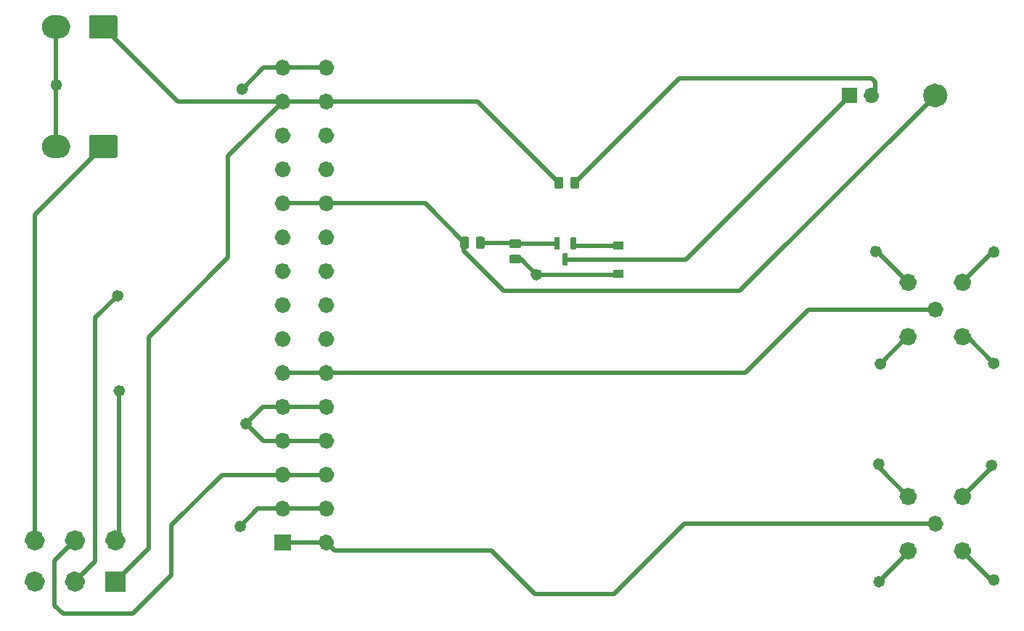
<source format=gbr>
%TF.GenerationSoftware,KiCad,Pcbnew,7.0.0-rc1-unknown-1500e3bb80~164~ubuntu22.10.1*%
%TF.CreationDate,2023-01-12T18:54:03+01:00*%
%TF.ProjectId,7x,37782e6b-6963-4616-945f-706362585858,rev?*%
%TF.SameCoordinates,Original*%
%TF.FileFunction,Copper,L2,Bot*%
%TF.FilePolarity,Positive*%
%FSLAX46Y46*%
G04 Gerber Fmt 4.6, Leading zero omitted, Abs format (unit mm)*
G04 Created by KiCad (PCBNEW 7.0.0-rc1-unknown-1500e3bb80~164~ubuntu22.10.1) date 2023-01-12 18:54:03*
%MOMM*%
%LPD*%
G01*
G04 APERTURE LIST*
%TA.AperFunction,NonConductor*%
%ADD10C,0.700000*%
%TD*%
%TA.AperFunction,NonConductor*%
%ADD11C,1.400000*%
%TD*%
%TA.AperFunction,NonConductor*%
%ADD12C,0.000000*%
%TD*%
%TA.AperFunction,NonConductor*%
%ADD13C,0.900000*%
%TD*%
%TA.AperFunction,NonConductor*%
%ADD14C,1.200000*%
%TD*%
%TA.AperFunction,NonConductor*%
%ADD15C,0.950000*%
%TD*%
%TA.AperFunction,NonConductor*%
%ADD16C,1.050000*%
%TD*%
%TA.AperFunction,Conductor*%
%ADD17C,0.500000*%
%TD*%
G04 APERTURE END LIST*
D10*
X97280000Y-73320000D02*
G75*
G03*
X97280000Y-73320000I-350000J0D01*
G01*
D11*
X178500000Y-74060000D02*
G75*
G03*
X178500000Y-74060000I-700000J0D01*
G01*
D10*
X82950000Y-108550000D02*
G75*
G03*
X82950000Y-108550000I-350000J0D01*
G01*
X171740000Y-105390000D02*
G75*
G03*
X171740000Y-105390000I-350000J0D01*
G01*
X171740000Y-105390000D02*
G75*
G03*
X171740000Y-105390000I-350000J0D01*
G01*
D12*
G36*
X168700000Y-74960000D02*
G01*
X166900000Y-74960000D01*
X166900000Y-73160000D01*
X168700000Y-73160000D01*
X168700000Y-74960000D01*
G37*
D13*
X170790000Y-74060000D02*
G75*
G03*
X170790000Y-74060000I-450000J0D01*
G01*
D10*
X171590000Y-130820000D02*
G75*
G03*
X171590000Y-130820000I-350000J0D01*
G01*
X171590000Y-130820000D02*
G75*
G03*
X171590000Y-130820000I-350000J0D01*
G01*
D12*
G36*
X83327500Y-132010000D02*
G01*
X80927500Y-132010000D01*
X80927500Y-129610000D01*
X83327500Y-129610000D01*
X83327500Y-132010000D01*
G37*
D14*
X78027500Y-130810000D02*
G75*
G03*
X78027500Y-130810000I-600000J0D01*
G01*
X73327500Y-130810000D02*
G75*
G03*
X73327500Y-130810000I-600000J0D01*
G01*
X82727500Y-126010000D02*
G75*
G03*
X82727500Y-126010000I-600000J0D01*
G01*
X78027500Y-126010000D02*
G75*
G03*
X78027500Y-126010000I-600000J0D01*
G01*
X73327500Y-126010000D02*
G75*
G03*
X73327500Y-126010000I-600000J0D01*
G01*
D10*
X171210000Y-92270000D02*
G75*
G03*
X171210000Y-92270000I-350000J0D01*
G01*
X171210000Y-92270000D02*
G75*
G03*
X171210000Y-92270000I-350000J0D01*
G01*
D12*
G36*
X82144500Y-64691200D02*
G01*
X82168770Y-64694800D01*
X82192570Y-64700760D01*
X82215670Y-64709030D01*
X82237850Y-64719520D01*
X82258890Y-64732130D01*
X82278600Y-64746750D01*
X82296780Y-64763220D01*
X82313250Y-64781400D01*
X82327870Y-64801110D01*
X82340480Y-64822150D01*
X82350970Y-64844330D01*
X82359240Y-64867430D01*
X82365200Y-64891230D01*
X82368800Y-64915500D01*
X82370000Y-64940000D01*
X82370000Y-67140000D01*
X82368800Y-67164500D01*
X82365200Y-67188770D01*
X82359240Y-67212570D01*
X82350970Y-67235670D01*
X82340480Y-67257850D01*
X82327870Y-67278890D01*
X82313250Y-67298600D01*
X82296780Y-67316780D01*
X82278600Y-67333250D01*
X82258890Y-67347870D01*
X82237850Y-67360480D01*
X82215670Y-67370970D01*
X82192570Y-67379240D01*
X82168770Y-67385200D01*
X82144500Y-67388800D01*
X82120000Y-67390000D01*
X79320000Y-67390000D01*
X79295500Y-67388800D01*
X79271230Y-67385200D01*
X79247430Y-67379240D01*
X79224330Y-67370970D01*
X79202150Y-67360480D01*
X79181110Y-67347870D01*
X79161400Y-67333250D01*
X79143220Y-67316780D01*
X79126750Y-67298600D01*
X79112130Y-67278890D01*
X79099520Y-67257850D01*
X79089030Y-67235670D01*
X79080760Y-67212570D01*
X79074800Y-67188770D01*
X79071200Y-67164500D01*
X79070000Y-67140000D01*
X79070000Y-64940000D01*
X79071200Y-64915500D01*
X79074800Y-64891230D01*
X79080760Y-64867430D01*
X79089030Y-64844330D01*
X79099520Y-64822150D01*
X79112130Y-64801110D01*
X79126750Y-64781400D01*
X79143220Y-64763220D01*
X79161400Y-64746750D01*
X79181110Y-64732130D01*
X79202150Y-64719520D01*
X79224330Y-64709030D01*
X79247430Y-64700760D01*
X79271230Y-64694800D01*
X79295500Y-64691200D01*
X79320000Y-64690000D01*
X82120000Y-64690000D01*
X82144500Y-64691200D01*
G37*
G36*
X75652320Y-64696500D02*
G01*
X75783370Y-64715940D01*
X75911880Y-64748130D01*
X76036620Y-64792760D01*
X76156390Y-64849410D01*
X76270020Y-64917520D01*
X76376430Y-64996440D01*
X76474590Y-65085410D01*
X76563560Y-65183570D01*
X76642480Y-65289980D01*
X76710590Y-65403610D01*
X76767240Y-65523380D01*
X76811870Y-65648120D01*
X76844060Y-65776630D01*
X76863500Y-65907680D01*
X76870000Y-66040000D01*
X76863500Y-66172320D01*
X76844060Y-66303370D01*
X76811870Y-66431880D01*
X76767240Y-66556620D01*
X76710590Y-66676390D01*
X76642480Y-66790020D01*
X76563560Y-66896430D01*
X76474590Y-66994590D01*
X76376430Y-67083560D01*
X76270020Y-67162480D01*
X76156390Y-67230590D01*
X76036620Y-67287240D01*
X75911880Y-67331870D01*
X75783370Y-67364060D01*
X75652320Y-67383500D01*
X75520000Y-67390000D01*
X74920000Y-67390000D01*
X74787680Y-67383500D01*
X74656630Y-67364060D01*
X74528120Y-67331870D01*
X74403380Y-67287240D01*
X74283610Y-67230590D01*
X74169980Y-67162480D01*
X74063570Y-67083560D01*
X73965410Y-66994590D01*
X73876440Y-66896430D01*
X73797520Y-66790020D01*
X73729410Y-66676390D01*
X73672760Y-66556620D01*
X73628130Y-66431880D01*
X73595940Y-66303370D01*
X73576500Y-66172320D01*
X73570000Y-66040000D01*
X73576500Y-65907680D01*
X73595940Y-65776630D01*
X73628130Y-65648120D01*
X73672760Y-65523380D01*
X73729410Y-65403610D01*
X73797520Y-65289980D01*
X73876440Y-65183570D01*
X73965410Y-65085410D01*
X74063570Y-64996440D01*
X74169980Y-64917520D01*
X74283610Y-64849410D01*
X74403380Y-64792760D01*
X74528120Y-64748130D01*
X74656630Y-64715940D01*
X74787680Y-64696500D01*
X74920000Y-64690000D01*
X75220000Y-64690000D01*
X75520000Y-64690000D01*
X75652320Y-64696500D01*
G37*
D10*
X171546000Y-117097610D02*
G75*
G03*
X171546000Y-117097610I-350000J0D01*
G01*
X171546000Y-117097610D02*
G75*
G03*
X171546000Y-117097610I-350000J0D01*
G01*
X131610000Y-94980000D02*
G75*
G03*
X131610000Y-94980000I-350000J0D01*
G01*
X97060000Y-124360000D02*
G75*
G03*
X97060000Y-124360000I-350000J0D01*
G01*
D15*
X178275000Y-99060000D02*
G75*
G03*
X178275000Y-99060000I-475000J0D01*
G01*
D16*
X175150000Y-102235000D02*
G75*
G03*
X175150000Y-102235000I-525000J0D01*
G01*
X181500000Y-102235000D02*
G75*
G03*
X181500000Y-102235000I-525000J0D01*
G01*
X181500000Y-95885000D02*
G75*
G03*
X181500000Y-95885000I-525000J0D01*
G01*
X175150000Y-95885000D02*
G75*
G03*
X175150000Y-95885000I-525000J0D01*
G01*
D10*
X75600000Y-72850000D02*
G75*
G03*
X75600000Y-72850000I-350000J0D01*
G01*
X184970000Y-130620000D02*
G75*
G03*
X184970000Y-130620000I-350000J0D01*
G01*
X184970000Y-130620000D02*
G75*
G03*
X184970000Y-130620000I-350000J0D01*
G01*
D15*
X178275000Y-124060000D02*
G75*
G03*
X178275000Y-124060000I-475000J0D01*
G01*
D16*
X181500000Y-120885000D02*
G75*
G03*
X181500000Y-120885000I-525000J0D01*
G01*
X181500000Y-127235000D02*
G75*
G03*
X181500000Y-127235000I-525000J0D01*
G01*
X175150000Y-127235000D02*
G75*
G03*
X175150000Y-127235000I-525000J0D01*
G01*
X175150000Y-120885000D02*
G75*
G03*
X175150000Y-120885000I-525000J0D01*
G01*
D10*
X184970000Y-92340000D02*
G75*
G03*
X184970000Y-92340000I-350000J0D01*
G01*
X184970000Y-92340000D02*
G75*
G03*
X184970000Y-92340000I-350000J0D01*
G01*
X184710000Y-117240000D02*
G75*
G03*
X184710000Y-117240000I-350000J0D01*
G01*
X184710000Y-117240000D02*
G75*
G03*
X184710000Y-117240000I-350000J0D01*
G01*
X184970000Y-105350000D02*
G75*
G03*
X184970000Y-105350000I-350000J0D01*
G01*
X184970000Y-105350000D02*
G75*
G03*
X184970000Y-105350000I-350000J0D01*
G01*
X97730000Y-112380000D02*
G75*
G03*
X97730000Y-112380000I-350000J0D01*
G01*
D12*
G36*
X82144500Y-78661200D02*
G01*
X82168770Y-78664800D01*
X82192570Y-78670760D01*
X82215670Y-78679030D01*
X82237850Y-78689520D01*
X82258890Y-78702130D01*
X82278600Y-78716750D01*
X82296780Y-78733220D01*
X82313250Y-78751400D01*
X82327870Y-78771110D01*
X82340480Y-78792150D01*
X82350970Y-78814330D01*
X82359240Y-78837430D01*
X82365200Y-78861230D01*
X82368800Y-78885500D01*
X82370000Y-78910000D01*
X82370000Y-81110000D01*
X82368800Y-81134500D01*
X82365200Y-81158770D01*
X82359240Y-81182570D01*
X82350970Y-81205670D01*
X82340480Y-81227850D01*
X82327870Y-81248890D01*
X82313250Y-81268600D01*
X82296780Y-81286780D01*
X82278600Y-81303250D01*
X82258890Y-81317870D01*
X82237850Y-81330480D01*
X82215670Y-81340970D01*
X82192570Y-81349240D01*
X82168770Y-81355200D01*
X82144500Y-81358800D01*
X82120000Y-81360000D01*
X79320000Y-81360000D01*
X79295500Y-81358800D01*
X79271230Y-81355200D01*
X79247430Y-81349240D01*
X79224330Y-81340970D01*
X79202150Y-81330480D01*
X79181110Y-81317870D01*
X79161400Y-81303250D01*
X79143220Y-81286780D01*
X79126750Y-81268600D01*
X79112130Y-81248890D01*
X79099520Y-81227850D01*
X79089030Y-81205670D01*
X79080760Y-81182570D01*
X79074800Y-81158770D01*
X79071200Y-81134500D01*
X79070000Y-81110000D01*
X79070000Y-78910000D01*
X79071200Y-78885500D01*
X79074800Y-78861230D01*
X79080760Y-78837430D01*
X79089030Y-78814330D01*
X79099520Y-78792150D01*
X79112130Y-78771110D01*
X79126750Y-78751400D01*
X79143220Y-78733220D01*
X79161400Y-78716750D01*
X79181110Y-78702130D01*
X79202150Y-78689520D01*
X79224330Y-78679030D01*
X79247430Y-78670760D01*
X79271230Y-78664800D01*
X79295500Y-78661200D01*
X79320000Y-78660000D01*
X82120000Y-78660000D01*
X82144500Y-78661200D01*
G37*
G36*
X75652320Y-78666500D02*
G01*
X75783370Y-78685940D01*
X75911880Y-78718130D01*
X76036620Y-78762760D01*
X76156390Y-78819410D01*
X76270020Y-78887520D01*
X76376430Y-78966440D01*
X76474590Y-79055410D01*
X76563560Y-79153570D01*
X76642480Y-79259980D01*
X76710590Y-79373610D01*
X76767240Y-79493380D01*
X76811870Y-79618120D01*
X76844060Y-79746630D01*
X76863500Y-79877680D01*
X76870000Y-80010000D01*
X76863500Y-80142320D01*
X76844060Y-80273370D01*
X76811870Y-80401880D01*
X76767240Y-80526620D01*
X76710590Y-80646390D01*
X76642480Y-80760020D01*
X76563560Y-80866430D01*
X76474590Y-80964590D01*
X76376430Y-81053560D01*
X76270020Y-81132480D01*
X76156390Y-81200590D01*
X76036620Y-81257240D01*
X75911880Y-81301870D01*
X75783370Y-81334060D01*
X75652320Y-81353500D01*
X75520000Y-81360000D01*
X74920000Y-81360000D01*
X74787680Y-81353500D01*
X74656630Y-81334060D01*
X74528120Y-81301870D01*
X74403380Y-81257240D01*
X74283610Y-81200590D01*
X74169980Y-81132480D01*
X74063570Y-81053560D01*
X73965410Y-80964590D01*
X73876440Y-80866430D01*
X73797520Y-80760020D01*
X73729410Y-80646390D01*
X73672760Y-80526620D01*
X73628130Y-80401880D01*
X73595940Y-80273370D01*
X73576500Y-80142320D01*
X73570000Y-80010000D01*
X73576500Y-79877680D01*
X73595940Y-79746630D01*
X73628130Y-79618120D01*
X73672760Y-79493380D01*
X73729410Y-79373610D01*
X73797520Y-79259980D01*
X73876440Y-79153570D01*
X73965410Y-79055410D01*
X74063570Y-78966440D01*
X74169980Y-78887520D01*
X74283610Y-78819410D01*
X74403380Y-78762760D01*
X74528120Y-78718130D01*
X74656630Y-78685940D01*
X74787680Y-78666500D01*
X74920000Y-78660000D01*
X75220000Y-78660000D01*
X75520000Y-78660000D01*
X75652320Y-78666500D01*
G37*
D10*
X82760000Y-97450000D02*
G75*
G03*
X82760000Y-97450000I-350000J0D01*
G01*
D12*
G36*
X102610000Y-127210000D02*
G01*
X100710000Y-127210000D01*
X100710000Y-125310000D01*
X102610000Y-125310000D01*
X102610000Y-127210000D01*
G37*
D15*
X102135000Y-122300000D02*
G75*
G03*
X102135000Y-122300000I-475000J0D01*
G01*
X102135000Y-118340000D02*
G75*
G03*
X102135000Y-118340000I-475000J0D01*
G01*
X102135000Y-114380000D02*
G75*
G03*
X102135000Y-114380000I-475000J0D01*
G01*
X102135000Y-110420000D02*
G75*
G03*
X102135000Y-110420000I-475000J0D01*
G01*
X102135000Y-106460000D02*
G75*
G03*
X102135000Y-106460000I-475000J0D01*
G01*
X102135000Y-102500000D02*
G75*
G03*
X102135000Y-102500000I-475000J0D01*
G01*
X102135000Y-98540000D02*
G75*
G03*
X102135000Y-98540000I-475000J0D01*
G01*
X102135000Y-94580000D02*
G75*
G03*
X102135000Y-94580000I-475000J0D01*
G01*
X102135000Y-90620000D02*
G75*
G03*
X102135000Y-90620000I-475000J0D01*
G01*
X102135000Y-86660000D02*
G75*
G03*
X102135000Y-86660000I-475000J0D01*
G01*
X102135000Y-82700000D02*
G75*
G03*
X102135000Y-82700000I-475000J0D01*
G01*
X102135000Y-78740000D02*
G75*
G03*
X102135000Y-78740000I-475000J0D01*
G01*
X102135000Y-74780000D02*
G75*
G03*
X102135000Y-74780000I-475000J0D01*
G01*
X102135000Y-70820000D02*
G75*
G03*
X102135000Y-70820000I-475000J0D01*
G01*
X107215000Y-70820000D02*
G75*
G03*
X107215000Y-70820000I-475000J0D01*
G01*
X107215000Y-74780000D02*
G75*
G03*
X107215000Y-74780000I-475000J0D01*
G01*
X107215000Y-78740000D02*
G75*
G03*
X107215000Y-78740000I-475000J0D01*
G01*
X107215000Y-82700000D02*
G75*
G03*
X107215000Y-82700000I-475000J0D01*
G01*
X107215000Y-86660000D02*
G75*
G03*
X107215000Y-86660000I-475000J0D01*
G01*
X107215000Y-90620000D02*
G75*
G03*
X107215000Y-90620000I-475000J0D01*
G01*
X107215000Y-94580000D02*
G75*
G03*
X107215000Y-94580000I-475000J0D01*
G01*
X107215000Y-98540000D02*
G75*
G03*
X107215000Y-98540000I-475000J0D01*
G01*
X107215000Y-102500000D02*
G75*
G03*
X107215000Y-102500000I-475000J0D01*
G01*
X107215000Y-106460000D02*
G75*
G03*
X107215000Y-106460000I-475000J0D01*
G01*
X107215000Y-110420000D02*
G75*
G03*
X107215000Y-110420000I-475000J0D01*
G01*
X107215000Y-114380000D02*
G75*
G03*
X107215000Y-114380000I-475000J0D01*
G01*
X107215000Y-118340000D02*
G75*
G03*
X107215000Y-118340000I-475000J0D01*
G01*
X107215000Y-122300000D02*
G75*
G03*
X107215000Y-122300000I-475000J0D01*
G01*
X107215000Y-126260000D02*
G75*
G03*
X107215000Y-126260000I-475000J0D01*
G01*
D12*
G36*
X123174500Y-90561200D02*
G01*
X123198770Y-90564800D01*
X123222570Y-90570760D01*
X123245670Y-90579030D01*
X123267850Y-90589520D01*
X123288890Y-90602130D01*
X123308600Y-90616750D01*
X123326780Y-90633220D01*
X123343250Y-90651400D01*
X123357870Y-90671110D01*
X123370480Y-90692150D01*
X123380970Y-90714330D01*
X123389240Y-90737430D01*
X123395200Y-90761230D01*
X123398800Y-90785500D01*
X123400000Y-90810000D01*
X123400000Y-91710000D01*
X123398800Y-91734500D01*
X123395200Y-91758770D01*
X123389240Y-91782570D01*
X123380970Y-91805670D01*
X123370480Y-91827850D01*
X123357870Y-91848890D01*
X123343250Y-91868600D01*
X123326780Y-91886780D01*
X123308600Y-91903250D01*
X123288890Y-91917870D01*
X123267850Y-91930480D01*
X123245670Y-91940970D01*
X123222570Y-91949240D01*
X123198770Y-91955200D01*
X123174500Y-91958800D01*
X123150000Y-91960000D01*
X122625000Y-91960000D01*
X122600500Y-91958800D01*
X122576230Y-91955200D01*
X122552430Y-91949240D01*
X122529330Y-91940970D01*
X122507150Y-91930480D01*
X122486110Y-91917870D01*
X122466400Y-91903250D01*
X122448220Y-91886780D01*
X122431750Y-91868600D01*
X122417130Y-91848890D01*
X122404520Y-91827850D01*
X122394030Y-91805670D01*
X122385760Y-91782570D01*
X122379800Y-91758770D01*
X122376200Y-91734500D01*
X122375000Y-91710000D01*
X122375000Y-90810000D01*
X122376200Y-90785500D01*
X122379800Y-90761230D01*
X122385760Y-90737430D01*
X122394030Y-90714330D01*
X122404520Y-90692150D01*
X122417130Y-90671110D01*
X122431750Y-90651400D01*
X122448220Y-90633220D01*
X122466400Y-90616750D01*
X122486110Y-90602130D01*
X122507150Y-90589520D01*
X122529330Y-90579030D01*
X122552430Y-90570760D01*
X122576230Y-90564800D01*
X122600500Y-90561200D01*
X122625000Y-90560000D01*
X123150000Y-90560000D01*
X123174500Y-90561200D01*
G37*
G36*
X124999500Y-90561200D02*
G01*
X125023770Y-90564800D01*
X125047570Y-90570760D01*
X125070670Y-90579030D01*
X125092850Y-90589520D01*
X125113890Y-90602130D01*
X125133600Y-90616750D01*
X125151780Y-90633220D01*
X125168250Y-90651400D01*
X125182870Y-90671110D01*
X125195480Y-90692150D01*
X125205970Y-90714330D01*
X125214240Y-90737430D01*
X125220200Y-90761230D01*
X125223800Y-90785500D01*
X125225000Y-90810000D01*
X125225000Y-91710000D01*
X125223800Y-91734500D01*
X125220200Y-91758770D01*
X125214240Y-91782570D01*
X125205970Y-91805670D01*
X125195480Y-91827850D01*
X125182870Y-91848890D01*
X125168250Y-91868600D01*
X125151780Y-91886780D01*
X125133600Y-91903250D01*
X125113890Y-91917870D01*
X125092850Y-91930480D01*
X125070670Y-91940970D01*
X125047570Y-91949240D01*
X125023770Y-91955200D01*
X124999500Y-91958800D01*
X124975000Y-91960000D01*
X124450000Y-91960000D01*
X124425500Y-91958800D01*
X124401230Y-91955200D01*
X124377430Y-91949240D01*
X124354330Y-91940970D01*
X124332150Y-91930480D01*
X124311110Y-91917870D01*
X124291400Y-91903250D01*
X124273220Y-91886780D01*
X124256750Y-91868600D01*
X124242130Y-91848890D01*
X124229520Y-91827850D01*
X124219030Y-91805670D01*
X124210760Y-91782570D01*
X124204800Y-91758770D01*
X124201200Y-91734500D01*
X124200000Y-91710000D01*
X124200000Y-90810000D01*
X124201200Y-90785500D01*
X124204800Y-90761230D01*
X124210760Y-90737430D01*
X124219030Y-90714330D01*
X124229520Y-90692150D01*
X124242130Y-90671110D01*
X124256750Y-90651400D01*
X124273220Y-90633220D01*
X124291400Y-90616750D01*
X124311110Y-90602130D01*
X124332150Y-90589520D01*
X124354330Y-90579030D01*
X124377430Y-90570760D01*
X124401230Y-90564800D01*
X124425500Y-90561200D01*
X124450000Y-90560000D01*
X124975000Y-90560000D01*
X124999500Y-90561200D01*
G37*
G36*
X129274500Y-92661200D02*
G01*
X129298770Y-92664800D01*
X129322570Y-92670760D01*
X129345670Y-92679030D01*
X129367850Y-92689520D01*
X129388890Y-92702130D01*
X129408600Y-92716750D01*
X129426780Y-92733220D01*
X129443250Y-92751400D01*
X129457870Y-92771110D01*
X129470480Y-92792150D01*
X129480970Y-92814330D01*
X129489240Y-92837430D01*
X129495200Y-92861230D01*
X129498800Y-92885500D01*
X129500000Y-92910000D01*
X129500000Y-93435000D01*
X129498800Y-93459500D01*
X129495200Y-93483770D01*
X129489240Y-93507570D01*
X129480970Y-93530670D01*
X129470480Y-93552850D01*
X129457870Y-93573890D01*
X129443250Y-93593600D01*
X129426780Y-93611780D01*
X129408600Y-93628250D01*
X129388890Y-93642870D01*
X129367850Y-93655480D01*
X129345670Y-93665970D01*
X129322570Y-93674240D01*
X129298770Y-93680200D01*
X129274500Y-93683800D01*
X129250000Y-93685000D01*
X128350000Y-93685000D01*
X128325500Y-93683800D01*
X128301230Y-93680200D01*
X128277430Y-93674240D01*
X128254330Y-93665970D01*
X128232150Y-93655480D01*
X128211110Y-93642870D01*
X128191400Y-93628250D01*
X128173220Y-93611780D01*
X128156750Y-93593600D01*
X128142130Y-93573890D01*
X128129520Y-93552850D01*
X128119030Y-93530670D01*
X128110760Y-93507570D01*
X128104800Y-93483770D01*
X128101200Y-93459500D01*
X128100000Y-93435000D01*
X128100000Y-92910000D01*
X128101200Y-92885500D01*
X128104800Y-92861230D01*
X128110760Y-92837430D01*
X128119030Y-92814330D01*
X128129520Y-92792150D01*
X128142130Y-92771110D01*
X128156750Y-92751400D01*
X128173220Y-92733220D01*
X128191400Y-92716750D01*
X128211110Y-92702130D01*
X128232150Y-92689520D01*
X128254330Y-92679030D01*
X128277430Y-92670760D01*
X128301230Y-92664800D01*
X128325500Y-92661200D01*
X128350000Y-92660000D01*
X129250000Y-92660000D01*
X129274500Y-92661200D01*
G37*
G36*
X129274500Y-90836200D02*
G01*
X129298770Y-90839800D01*
X129322570Y-90845760D01*
X129345670Y-90854030D01*
X129367850Y-90864520D01*
X129388890Y-90877130D01*
X129408600Y-90891750D01*
X129426780Y-90908220D01*
X129443250Y-90926400D01*
X129457870Y-90946110D01*
X129470480Y-90967150D01*
X129480970Y-90989330D01*
X129489240Y-91012430D01*
X129495200Y-91036230D01*
X129498800Y-91060500D01*
X129500000Y-91085000D01*
X129500000Y-91610000D01*
X129498800Y-91634500D01*
X129495200Y-91658770D01*
X129489240Y-91682570D01*
X129480970Y-91705670D01*
X129470480Y-91727850D01*
X129457870Y-91748890D01*
X129443250Y-91768600D01*
X129426780Y-91786780D01*
X129408600Y-91803250D01*
X129388890Y-91817870D01*
X129367850Y-91830480D01*
X129345670Y-91840970D01*
X129322570Y-91849240D01*
X129298770Y-91855200D01*
X129274500Y-91858800D01*
X129250000Y-91860000D01*
X128350000Y-91860000D01*
X128325500Y-91858800D01*
X128301230Y-91855200D01*
X128277430Y-91849240D01*
X128254330Y-91840970D01*
X128232150Y-91830480D01*
X128211110Y-91817870D01*
X128191400Y-91803250D01*
X128173220Y-91786780D01*
X128156750Y-91768600D01*
X128142130Y-91748890D01*
X128129520Y-91727850D01*
X128119030Y-91705670D01*
X128110760Y-91682570D01*
X128104800Y-91658770D01*
X128101200Y-91634500D01*
X128100000Y-91610000D01*
X128100000Y-91085000D01*
X128101200Y-91060500D01*
X128104800Y-91036230D01*
X128110760Y-91012430D01*
X128119030Y-90989330D01*
X128129520Y-90967150D01*
X128142130Y-90946110D01*
X128156750Y-90926400D01*
X128173220Y-90908220D01*
X128191400Y-90891750D01*
X128211110Y-90877130D01*
X128232150Y-90864520D01*
X128254330Y-90854030D01*
X128277430Y-90845760D01*
X128301230Y-90839800D01*
X128325500Y-90836200D01*
X128350000Y-90835000D01*
X129250000Y-90835000D01*
X129274500Y-90836200D01*
G37*
G36*
X141400000Y-95360000D02*
G01*
X140200000Y-95360000D01*
X140200000Y-94460000D01*
X141400000Y-94460000D01*
X141400000Y-95360000D01*
G37*
G36*
X141400000Y-92060000D02*
G01*
X140200000Y-92060000D01*
X140200000Y-91160000D01*
X141400000Y-91160000D01*
X141400000Y-92060000D01*
G37*
G36*
X135999500Y-83561200D02*
G01*
X136023770Y-83564800D01*
X136047570Y-83570760D01*
X136070670Y-83579030D01*
X136092850Y-83589520D01*
X136113890Y-83602130D01*
X136133600Y-83616750D01*
X136151780Y-83633220D01*
X136168250Y-83651400D01*
X136182870Y-83671110D01*
X136195480Y-83692150D01*
X136205970Y-83714330D01*
X136214240Y-83737430D01*
X136220200Y-83761230D01*
X136223800Y-83785500D01*
X136225000Y-83810000D01*
X136225000Y-84710000D01*
X136223800Y-84734500D01*
X136220200Y-84758770D01*
X136214240Y-84782570D01*
X136205970Y-84805670D01*
X136195480Y-84827850D01*
X136182870Y-84848890D01*
X136168250Y-84868600D01*
X136151780Y-84886780D01*
X136133600Y-84903250D01*
X136113890Y-84917870D01*
X136092850Y-84930480D01*
X136070670Y-84940970D01*
X136047570Y-84949240D01*
X136023770Y-84955200D01*
X135999500Y-84958800D01*
X135975000Y-84960000D01*
X135450000Y-84960000D01*
X135425500Y-84958800D01*
X135401230Y-84955200D01*
X135377430Y-84949240D01*
X135354330Y-84940970D01*
X135332150Y-84930480D01*
X135311110Y-84917870D01*
X135291400Y-84903250D01*
X135273220Y-84886780D01*
X135256750Y-84868600D01*
X135242130Y-84848890D01*
X135229520Y-84827850D01*
X135219030Y-84805670D01*
X135210760Y-84782570D01*
X135204800Y-84758770D01*
X135201200Y-84734500D01*
X135200000Y-84710000D01*
X135200000Y-83810000D01*
X135201200Y-83785500D01*
X135204800Y-83761230D01*
X135210760Y-83737430D01*
X135219030Y-83714330D01*
X135229520Y-83692150D01*
X135242130Y-83671110D01*
X135256750Y-83651400D01*
X135273220Y-83633220D01*
X135291400Y-83616750D01*
X135311110Y-83602130D01*
X135332150Y-83589520D01*
X135354330Y-83579030D01*
X135377430Y-83570760D01*
X135401230Y-83564800D01*
X135425500Y-83561200D01*
X135450000Y-83560000D01*
X135975000Y-83560000D01*
X135999500Y-83561200D01*
G37*
G36*
X134174500Y-83561200D02*
G01*
X134198770Y-83564800D01*
X134222570Y-83570760D01*
X134245670Y-83579030D01*
X134267850Y-83589520D01*
X134288890Y-83602130D01*
X134308600Y-83616750D01*
X134326780Y-83633220D01*
X134343250Y-83651400D01*
X134357870Y-83671110D01*
X134370480Y-83692150D01*
X134380970Y-83714330D01*
X134389240Y-83737430D01*
X134395200Y-83761230D01*
X134398800Y-83785500D01*
X134400000Y-83810000D01*
X134400000Y-84710000D01*
X134398800Y-84734500D01*
X134395200Y-84758770D01*
X134389240Y-84782570D01*
X134380970Y-84805670D01*
X134370480Y-84827850D01*
X134357870Y-84848890D01*
X134343250Y-84868600D01*
X134326780Y-84886780D01*
X134308600Y-84903250D01*
X134288890Y-84917870D01*
X134267850Y-84930480D01*
X134245670Y-84940970D01*
X134222570Y-84949240D01*
X134198770Y-84955200D01*
X134174500Y-84958800D01*
X134150000Y-84960000D01*
X133625000Y-84960000D01*
X133600500Y-84958800D01*
X133576230Y-84955200D01*
X133552430Y-84949240D01*
X133529330Y-84940970D01*
X133507150Y-84930480D01*
X133486110Y-84917870D01*
X133466400Y-84903250D01*
X133448220Y-84886780D01*
X133431750Y-84868600D01*
X133417130Y-84848890D01*
X133404520Y-84827850D01*
X133394030Y-84805670D01*
X133385760Y-84782570D01*
X133379800Y-84758770D01*
X133376200Y-84734500D01*
X133375000Y-84710000D01*
X133375000Y-83810000D01*
X133376200Y-83785500D01*
X133379800Y-83761230D01*
X133385760Y-83737430D01*
X133394030Y-83714330D01*
X133404520Y-83692150D01*
X133417130Y-83671110D01*
X133431750Y-83651400D01*
X133448220Y-83633220D01*
X133466400Y-83616750D01*
X133486110Y-83602130D01*
X133507150Y-83589520D01*
X133529330Y-83579030D01*
X133552430Y-83570760D01*
X133576230Y-83564800D01*
X133600500Y-83561200D01*
X133625000Y-83560000D01*
X134150000Y-83560000D01*
X134174500Y-83561200D01*
G37*
G36*
X133834700Y-90585720D02*
G01*
X133849260Y-90587880D01*
X133863540Y-90591460D01*
X133877400Y-90596420D01*
X133890710Y-90602710D01*
X133903340Y-90610280D01*
X133915160Y-90619050D01*
X133926070Y-90628930D01*
X133935950Y-90639840D01*
X133944720Y-90651660D01*
X133952290Y-90664290D01*
X133958580Y-90677600D01*
X133963540Y-90691460D01*
X133967120Y-90705740D01*
X133969280Y-90720300D01*
X133970000Y-90735000D01*
X133970000Y-91910000D01*
X133969280Y-91924700D01*
X133967120Y-91939260D01*
X133963540Y-91953540D01*
X133958580Y-91967400D01*
X133952290Y-91980710D01*
X133944720Y-91993340D01*
X133935950Y-92005160D01*
X133926070Y-92016070D01*
X133915160Y-92025950D01*
X133903340Y-92034720D01*
X133890710Y-92042290D01*
X133877400Y-92048580D01*
X133863540Y-92053540D01*
X133849260Y-92057120D01*
X133834700Y-92059280D01*
X133820000Y-92060000D01*
X133520000Y-92060000D01*
X133505300Y-92059280D01*
X133490740Y-92057120D01*
X133476460Y-92053540D01*
X133462600Y-92048580D01*
X133449290Y-92042290D01*
X133436660Y-92034720D01*
X133424840Y-92025950D01*
X133413930Y-92016070D01*
X133404050Y-92005160D01*
X133395280Y-91993340D01*
X133387710Y-91980710D01*
X133381420Y-91967400D01*
X133376460Y-91953540D01*
X133372880Y-91939260D01*
X133370720Y-91924700D01*
X133370000Y-91910000D01*
X133370000Y-90735000D01*
X133370720Y-90720300D01*
X133372880Y-90705740D01*
X133376460Y-90691460D01*
X133381420Y-90677600D01*
X133387710Y-90664290D01*
X133395280Y-90651660D01*
X133404050Y-90639840D01*
X133413930Y-90628930D01*
X133424840Y-90619050D01*
X133436660Y-90610280D01*
X133449290Y-90602710D01*
X133462600Y-90596420D01*
X133476460Y-90591460D01*
X133490740Y-90587880D01*
X133505300Y-90585720D01*
X133520000Y-90585000D01*
X133820000Y-90585000D01*
X133834700Y-90585720D01*
G37*
G36*
X135734700Y-90585720D02*
G01*
X135749260Y-90587880D01*
X135763540Y-90591460D01*
X135777400Y-90596420D01*
X135790710Y-90602710D01*
X135803340Y-90610280D01*
X135815160Y-90619050D01*
X135826070Y-90628930D01*
X135835950Y-90639840D01*
X135844720Y-90651660D01*
X135852290Y-90664290D01*
X135858580Y-90677600D01*
X135863540Y-90691460D01*
X135867120Y-90705740D01*
X135869280Y-90720300D01*
X135870000Y-90735000D01*
X135870000Y-91910000D01*
X135869280Y-91924700D01*
X135867120Y-91939260D01*
X135863540Y-91953540D01*
X135858580Y-91967400D01*
X135852290Y-91980710D01*
X135844720Y-91993340D01*
X135835950Y-92005160D01*
X135826070Y-92016070D01*
X135815160Y-92025950D01*
X135803340Y-92034720D01*
X135790710Y-92042290D01*
X135777400Y-92048580D01*
X135763540Y-92053540D01*
X135749260Y-92057120D01*
X135734700Y-92059280D01*
X135720000Y-92060000D01*
X135420000Y-92060000D01*
X135405300Y-92059280D01*
X135390740Y-92057120D01*
X135376460Y-92053540D01*
X135362600Y-92048580D01*
X135349290Y-92042290D01*
X135336660Y-92034720D01*
X135324840Y-92025950D01*
X135313930Y-92016070D01*
X135304050Y-92005160D01*
X135295280Y-91993340D01*
X135287710Y-91980710D01*
X135281420Y-91967400D01*
X135276460Y-91953540D01*
X135272880Y-91939260D01*
X135270720Y-91924700D01*
X135270000Y-91910000D01*
X135270000Y-90735000D01*
X135270720Y-90720300D01*
X135272880Y-90705740D01*
X135276460Y-90691460D01*
X135281420Y-90677600D01*
X135287710Y-90664290D01*
X135295280Y-90651660D01*
X135304050Y-90639840D01*
X135313930Y-90628930D01*
X135324840Y-90619050D01*
X135336660Y-90610280D01*
X135349290Y-90602710D01*
X135362600Y-90596420D01*
X135376460Y-90591460D01*
X135390740Y-90587880D01*
X135405300Y-90585720D01*
X135420000Y-90585000D01*
X135720000Y-90585000D01*
X135734700Y-90585720D01*
G37*
G36*
X134784700Y-92460720D02*
G01*
X134799260Y-92462880D01*
X134813540Y-92466460D01*
X134827400Y-92471420D01*
X134840710Y-92477710D01*
X134853340Y-92485280D01*
X134865160Y-92494050D01*
X134876070Y-92503930D01*
X134885950Y-92514840D01*
X134894720Y-92526660D01*
X134902290Y-92539290D01*
X134908580Y-92552600D01*
X134913540Y-92566460D01*
X134917120Y-92580740D01*
X134919280Y-92595300D01*
X134920000Y-92610000D01*
X134920000Y-93785000D01*
X134919280Y-93799700D01*
X134917120Y-93814260D01*
X134913540Y-93828540D01*
X134908580Y-93842400D01*
X134902290Y-93855710D01*
X134894720Y-93868340D01*
X134885950Y-93880160D01*
X134876070Y-93891070D01*
X134865160Y-93900950D01*
X134853340Y-93909720D01*
X134840710Y-93917290D01*
X134827400Y-93923580D01*
X134813540Y-93928540D01*
X134799260Y-93932120D01*
X134784700Y-93934280D01*
X134770000Y-93935000D01*
X134470000Y-93935000D01*
X134455300Y-93934280D01*
X134440740Y-93932120D01*
X134426460Y-93928540D01*
X134412600Y-93923580D01*
X134399290Y-93917290D01*
X134386660Y-93909720D01*
X134374840Y-93900950D01*
X134363930Y-93891070D01*
X134354050Y-93880160D01*
X134345280Y-93868340D01*
X134337710Y-93855710D01*
X134331420Y-93842400D01*
X134326460Y-93828540D01*
X134322880Y-93814260D01*
X134320720Y-93799700D01*
X134320000Y-93785000D01*
X134320000Y-92610000D01*
X134320720Y-92595300D01*
X134322880Y-92580740D01*
X134326460Y-92566460D01*
X134331420Y-92552600D01*
X134337710Y-92539290D01*
X134345280Y-92526660D01*
X134354050Y-92514840D01*
X134363930Y-92503930D01*
X134374840Y-92494050D01*
X134386660Y-92485280D01*
X134399290Y-92477710D01*
X134412600Y-92471420D01*
X134426460Y-92466460D01*
X134440740Y-92462880D01*
X134455300Y-92460720D01*
X134470000Y-92460000D01*
X134770000Y-92460000D01*
X134784700Y-92460720D01*
G37*
D17*
%TO.N,*%
X82410000Y-97450000D02*
X79810000Y-100050000D01*
X79810000Y-128427500D02*
X77427500Y-130810000D01*
X79810000Y-100050000D02*
X79810000Y-128427500D01*
X98770000Y-122300000D02*
X96710000Y-124360000D01*
X184360000Y-130620000D02*
X184620000Y-130620000D01*
X101660000Y-70820000D02*
X99430000Y-70820000D01*
X101660000Y-110420000D02*
X99340000Y-110420000D01*
X174625000Y-102235000D02*
X174545000Y-102235000D01*
X131260000Y-94980000D02*
X140730000Y-94980000D01*
X184520000Y-92340000D02*
X184620000Y-92340000D01*
X128800000Y-93172500D02*
X129452500Y-93172500D01*
X101660000Y-122300000D02*
X106740000Y-122300000D01*
X97380000Y-112380000D02*
X99380000Y-114380000D01*
X171196000Y-117456000D02*
X171196000Y-117097610D01*
X184360000Y-117500000D02*
X184360000Y-117240000D01*
X180975000Y-102235000D02*
X181505000Y-102235000D01*
X174625000Y-127435000D02*
X171240000Y-130820000D01*
X174625000Y-127235000D02*
X174625000Y-127435000D01*
X140730000Y-94980000D02*
X140800000Y-94910000D01*
X99430000Y-70820000D02*
X96930000Y-73320000D01*
X174625000Y-120885000D02*
X171196000Y-117456000D01*
X180975000Y-127235000D02*
X184360000Y-130620000D01*
X101660000Y-110420000D02*
X106740000Y-110420000D01*
X174625000Y-95885000D02*
X171010000Y-92270000D01*
X75220000Y-80010000D02*
X75220000Y-66040000D01*
X101660000Y-122300000D02*
X98770000Y-122300000D01*
X129452500Y-93172500D02*
X131260000Y-94980000D01*
X180975000Y-95885000D02*
X184520000Y-92340000D01*
X101660000Y-114380000D02*
X106740000Y-114380000D01*
X99340000Y-110420000D02*
X97380000Y-112380000D01*
X180975000Y-120885000D02*
X184360000Y-117500000D01*
X174545000Y-102235000D02*
X171390000Y-105390000D01*
X101660000Y-70820000D02*
X106740000Y-70820000D01*
X181505000Y-102235000D02*
X184620000Y-105350000D01*
X99380000Y-114380000D02*
X101660000Y-114380000D01*
X171010000Y-92270000D02*
X170860000Y-92270000D01*
X82600000Y-125537500D02*
X82127500Y-126010000D01*
X82600000Y-108550000D02*
X82600000Y-125537500D01*
X148662500Y-93197500D02*
X134620000Y-93197500D01*
X167800000Y-74060000D02*
X148662500Y-93197500D01*
X147912500Y-72060000D02*
X135712500Y-84260000D01*
X170800000Y-72460000D02*
X170400000Y-72060000D01*
X170340000Y-74060000D02*
X170800000Y-73600000D01*
X170400000Y-72060000D02*
X147912500Y-72060000D01*
X170800000Y-73600000D02*
X170800000Y-72460000D01*
X135570000Y-91322500D02*
X135857500Y-91610000D01*
X135857500Y-91610000D02*
X140800000Y-91610000D01*
X140330000Y-132280000D02*
X131090000Y-132280000D01*
X131090000Y-132280000D02*
X126020000Y-127210000D01*
X177800000Y-124060000D02*
X148550000Y-124060000D01*
X126020000Y-127210000D02*
X107690000Y-127210000D01*
X107690000Y-127210000D02*
X106740000Y-126260000D01*
X101660000Y-126260000D02*
X106740000Y-126260000D01*
X148550000Y-124060000D02*
X140330000Y-132280000D01*
X84140000Y-134580000D02*
X88650000Y-130070000D01*
X101660000Y-118340000D02*
X106740000Y-118340000D01*
X88650000Y-124260000D02*
X94570000Y-118340000D01*
X75070000Y-128367500D02*
X75070000Y-133640000D01*
X88650000Y-130070000D02*
X88650000Y-124260000D01*
X75070000Y-133640000D02*
X76010000Y-134580000D01*
X77427500Y-126010000D02*
X75070000Y-128367500D01*
X76010000Y-134580000D02*
X84140000Y-134580000D01*
X94570000Y-118340000D02*
X101660000Y-118340000D01*
X101660000Y-106460000D02*
X106740000Y-106460000D01*
X155640000Y-106460000D02*
X163040000Y-99060000D01*
X163040000Y-99060000D02*
X177800000Y-99060000D01*
X106740000Y-106460000D02*
X155640000Y-106460000D01*
X122800000Y-91260000D02*
X122887500Y-91260000D01*
X122800000Y-92260000D02*
X122800000Y-91260000D01*
X154990000Y-96870000D02*
X127410000Y-96870000D01*
X101660000Y-86660000D02*
X106740000Y-86660000D01*
X106740000Y-86660000D02*
X118287500Y-86660000D01*
X177800000Y-74060000D02*
X154990000Y-96870000D01*
X118287500Y-86660000D02*
X122887500Y-91260000D01*
X127410000Y-96870000D02*
X122800000Y-92260000D01*
X95280000Y-92990000D02*
X95280000Y-81160000D01*
X95280000Y-81160000D02*
X101660000Y-74780000D01*
X124407500Y-74780000D02*
X133887500Y-84260000D01*
X82127500Y-130810000D02*
X86010000Y-126927500D01*
X86010000Y-102260000D02*
X95280000Y-92990000D01*
X101660000Y-74780000D02*
X89460000Y-74780000D01*
X106740000Y-74780000D02*
X124407500Y-74780000D01*
X86010000Y-126927500D02*
X86010000Y-102260000D01*
X101660000Y-74780000D02*
X106740000Y-74780000D01*
X89460000Y-74780000D02*
X80720000Y-66040000D01*
X72727500Y-88002500D02*
X80720000Y-80010000D01*
X72727500Y-126010000D02*
X72727500Y-88002500D01*
X128800000Y-91347500D02*
X133645000Y-91347500D01*
X133645000Y-91347500D02*
X133670000Y-91322500D01*
X128712500Y-91260000D02*
X128800000Y-91347500D01*
X124712500Y-91260000D02*
X128712500Y-91260000D01*
%TD*%
M02*

</source>
